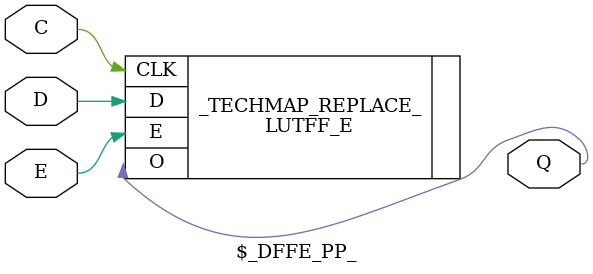
<source format=v>
module  \$_DFFE_PP_ (input D, C, E, output Q); LUTFF_E  _TECHMAP_REPLACE_ (.D(D), .O(Q), .CLK(C), .E(E)); endmodule
</source>
